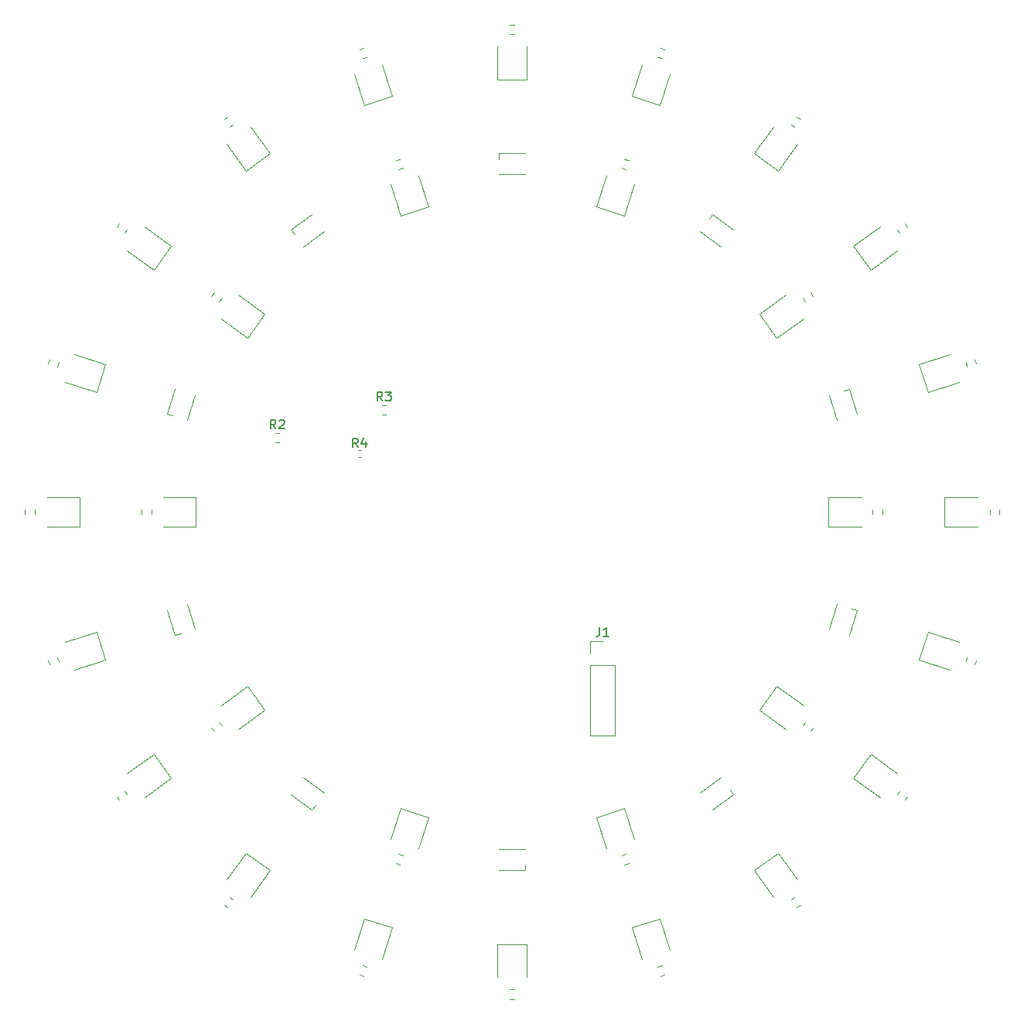
<source format=gbr>
%TF.GenerationSoftware,KiCad,Pcbnew,8.0.3*%
%TF.CreationDate,2024-07-17T21:07:09-04:00*%
%TF.ProjectId,Mainboard,4d61696e-626f-4617-9264-2e6b69636164,rev?*%
%TF.SameCoordinates,Original*%
%TF.FileFunction,Legend,Top*%
%TF.FilePolarity,Positive*%
%FSLAX46Y46*%
G04 Gerber Fmt 4.6, Leading zero omitted, Abs format (unit mm)*
G04 Created by KiCad (PCBNEW 8.0.3) date 2024-07-17 21:07:09*
%MOMM*%
%LPD*%
G01*
G04 APERTURE LIST*
%ADD10C,0.150000*%
%ADD11C,0.120000*%
G04 APERTURE END LIST*
D10*
X110133333Y-94534819D02*
X109800000Y-94058628D01*
X109561905Y-94534819D02*
X109561905Y-93534819D01*
X109561905Y-93534819D02*
X109942857Y-93534819D01*
X109942857Y-93534819D02*
X110038095Y-93582438D01*
X110038095Y-93582438D02*
X110085714Y-93630057D01*
X110085714Y-93630057D02*
X110133333Y-93725295D01*
X110133333Y-93725295D02*
X110133333Y-93868152D01*
X110133333Y-93868152D02*
X110085714Y-93963390D01*
X110085714Y-93963390D02*
X110038095Y-94011009D01*
X110038095Y-94011009D02*
X109942857Y-94058628D01*
X109942857Y-94058628D02*
X109561905Y-94058628D01*
X110990476Y-93868152D02*
X110990476Y-94534819D01*
X110752381Y-93487200D02*
X110514286Y-94201485D01*
X110514286Y-94201485D02*
X111133333Y-94201485D01*
X101116333Y-92496819D02*
X100783000Y-92020628D01*
X100544905Y-92496819D02*
X100544905Y-91496819D01*
X100544905Y-91496819D02*
X100925857Y-91496819D01*
X100925857Y-91496819D02*
X101021095Y-91544438D01*
X101021095Y-91544438D02*
X101068714Y-91592057D01*
X101068714Y-91592057D02*
X101116333Y-91687295D01*
X101116333Y-91687295D02*
X101116333Y-91830152D01*
X101116333Y-91830152D02*
X101068714Y-91925390D01*
X101068714Y-91925390D02*
X101021095Y-91973009D01*
X101021095Y-91973009D02*
X100925857Y-92020628D01*
X100925857Y-92020628D02*
X100544905Y-92020628D01*
X101497286Y-91592057D02*
X101544905Y-91544438D01*
X101544905Y-91544438D02*
X101640143Y-91496819D01*
X101640143Y-91496819D02*
X101878238Y-91496819D01*
X101878238Y-91496819D02*
X101973476Y-91544438D01*
X101973476Y-91544438D02*
X102021095Y-91592057D01*
X102021095Y-91592057D02*
X102068714Y-91687295D01*
X102068714Y-91687295D02*
X102068714Y-91782533D01*
X102068714Y-91782533D02*
X102021095Y-91925390D01*
X102021095Y-91925390D02*
X101449667Y-92496819D01*
X101449667Y-92496819D02*
X102068714Y-92496819D01*
X112800333Y-89448819D02*
X112467000Y-88972628D01*
X112228905Y-89448819D02*
X112228905Y-88448819D01*
X112228905Y-88448819D02*
X112609857Y-88448819D01*
X112609857Y-88448819D02*
X112705095Y-88496438D01*
X112705095Y-88496438D02*
X112752714Y-88544057D01*
X112752714Y-88544057D02*
X112800333Y-88639295D01*
X112800333Y-88639295D02*
X112800333Y-88782152D01*
X112800333Y-88782152D02*
X112752714Y-88877390D01*
X112752714Y-88877390D02*
X112705095Y-88925009D01*
X112705095Y-88925009D02*
X112609857Y-88972628D01*
X112609857Y-88972628D02*
X112228905Y-88972628D01*
X113133667Y-88448819D02*
X113752714Y-88448819D01*
X113752714Y-88448819D02*
X113419381Y-88829771D01*
X113419381Y-88829771D02*
X113562238Y-88829771D01*
X113562238Y-88829771D02*
X113657476Y-88877390D01*
X113657476Y-88877390D02*
X113705095Y-88925009D01*
X113705095Y-88925009D02*
X113752714Y-89020247D01*
X113752714Y-89020247D02*
X113752714Y-89258342D01*
X113752714Y-89258342D02*
X113705095Y-89353580D01*
X113705095Y-89353580D02*
X113657476Y-89401200D01*
X113657476Y-89401200D02*
X113562238Y-89448819D01*
X113562238Y-89448819D02*
X113276524Y-89448819D01*
X113276524Y-89448819D02*
X113181286Y-89401200D01*
X113181286Y-89401200D02*
X113133667Y-89353580D01*
X136572666Y-114218819D02*
X136572666Y-114933104D01*
X136572666Y-114933104D02*
X136525047Y-115075961D01*
X136525047Y-115075961D02*
X136429809Y-115171200D01*
X136429809Y-115171200D02*
X136286952Y-115218819D01*
X136286952Y-115218819D02*
X136191714Y-115218819D01*
X137572666Y-115218819D02*
X137001238Y-115218819D01*
X137286952Y-115218819D02*
X137286952Y-114218819D01*
X137286952Y-114218819D02*
X137191714Y-114361676D01*
X137191714Y-114361676D02*
X137096476Y-114456914D01*
X137096476Y-114456914D02*
X137001238Y-114504533D01*
D11*
%TO.C,R4*%
X110146359Y-94870000D02*
X110453641Y-94870000D01*
X110146359Y-95630000D02*
X110453641Y-95630000D01*
%TO.C,R2*%
X101045742Y-92949500D02*
X101520258Y-92949500D01*
X101045742Y-93994500D02*
X101520258Y-93994500D01*
%TO.C,R3*%
X112729742Y-89901500D02*
X113204258Y-89901500D01*
X112729742Y-90946500D02*
X113204258Y-90946500D01*
%TO.C,D40*%
X148921767Y-69011428D02*
X148539706Y-69537289D01*
X148921767Y-69011428D02*
X151219375Y-70680739D01*
X147569861Y-70872167D02*
X149867469Y-72541478D01*
%TO.C,D39*%
X163890164Y-88120583D02*
X163271977Y-88321444D01*
X163890164Y-88120583D02*
X164767772Y-90821584D01*
X161702734Y-88831322D02*
X162580342Y-91532323D01*
%TO.C,D38*%
X164767772Y-112378416D02*
X164149585Y-112177555D01*
X164767772Y-112378416D02*
X163890164Y-115079417D01*
X162580342Y-111667677D02*
X161702734Y-114368678D01*
%TO.C,D37*%
X151219375Y-132519261D02*
X150837315Y-131993400D01*
X151219375Y-132519261D02*
X148921767Y-134188572D01*
X149867469Y-130658522D02*
X147569861Y-132327833D01*
%TO.C,D36*%
X128420000Y-140850000D02*
X128420000Y-140200000D01*
X128420000Y-140850000D02*
X125580000Y-140850000D01*
X128420000Y-138550000D02*
X125580000Y-138550000D01*
%TO.C,D35*%
X105078233Y-134188572D02*
X105460294Y-133662711D01*
X105078233Y-134188572D02*
X102780625Y-132519261D01*
X106430139Y-132327833D02*
X104132531Y-130658522D01*
%TO.C,D34*%
X90109836Y-115079417D02*
X90728023Y-114878556D01*
X90109836Y-115079417D02*
X89232228Y-112378416D01*
X92297266Y-114368678D02*
X91419658Y-111667677D01*
%TO.C,D33*%
X89232228Y-90821584D02*
X89850415Y-91022445D01*
X89232228Y-90821584D02*
X90109836Y-88120583D01*
X91419658Y-91532323D02*
X92297266Y-88831322D01*
%TO.C,D32*%
X102780625Y-70680739D02*
X103162685Y-71206600D01*
X102780625Y-70680739D02*
X105078233Y-69011428D01*
X104132531Y-72541478D02*
X106430139Y-70872167D01*
%TO.C,D31*%
X125580000Y-62350000D02*
X125580000Y-63000000D01*
X125580000Y-62350000D02*
X128420000Y-62350000D01*
X125580000Y-64650000D02*
X128420000Y-64650000D01*
%TO.C,R34*%
X159647980Y-125613413D02*
X159926893Y-125229521D01*
X158802557Y-124999177D02*
X159081470Y-124615285D01*
%TO.C,D30*%
X156988263Y-125365458D02*
X154075802Y-123249431D01*
X158869176Y-122776603D02*
X155956715Y-120660576D01*
X155956715Y-120660576D02*
X154075802Y-123249431D01*
%TO.C,R33*%
X139298041Y-140217260D02*
X139749332Y-140070626D01*
X138975118Y-139223406D02*
X139426409Y-139076772D01*
%TO.C,D29*%
X137292029Y-138453317D02*
X136179568Y-135029514D01*
X140335410Y-137464463D02*
X139222949Y-134040659D01*
X139222949Y-134040659D02*
X136179568Y-135029514D01*
%TO.C,R32*%
X114250668Y-140070626D02*
X114701959Y-140217260D01*
X114573591Y-139076772D02*
X115024882Y-139223406D01*
%TO.C,D28*%
X113664590Y-137464463D02*
X114777051Y-134040659D01*
X116707971Y-138453317D02*
X117820432Y-135029514D01*
X117820432Y-135029514D02*
X114777051Y-134040659D01*
%TO.C,R31*%
X94073107Y-125229521D02*
X94352020Y-125613413D01*
X94918530Y-124615285D02*
X95197443Y-124999177D01*
%TO.C,D27*%
X95130824Y-122776603D02*
X98043285Y-120660576D01*
X97011737Y-125365458D02*
X99924198Y-123249431D01*
X99924198Y-123249431D02*
X98043285Y-120660576D01*
%TO.C,R30*%
X86472500Y-101362742D02*
X86472500Y-101837258D01*
X87517500Y-101362742D02*
X87517500Y-101837258D01*
%TO.C,D26*%
X88770000Y-100000000D02*
X92370000Y-100000000D01*
X88770000Y-103200000D02*
X92370000Y-103200000D01*
X92370000Y-103200000D02*
X92370000Y-100000000D01*
%TO.C,R29*%
X94352020Y-77586587D02*
X94073107Y-77970479D01*
X95197443Y-78200823D02*
X94918530Y-78584715D01*
%TO.C,D25*%
X97011737Y-77834542D02*
X99924198Y-79950569D01*
X95130824Y-80423397D02*
X98043285Y-82539424D01*
X98043285Y-82539424D02*
X99924198Y-79950569D01*
%TO.C,R28*%
X114701959Y-62982740D02*
X114250668Y-63129374D01*
X115024882Y-63976594D02*
X114573591Y-64123228D01*
%TO.C,D24*%
X116707971Y-64746683D02*
X117820432Y-68170486D01*
X113664590Y-65735537D02*
X114777051Y-69159341D01*
X114777051Y-69159341D02*
X117820432Y-68170486D01*
%TO.C,R27*%
X139749332Y-63129374D02*
X139298041Y-62982740D01*
X139426409Y-64123228D02*
X138975118Y-63976594D01*
%TO.C,D23*%
X140335410Y-65735537D02*
X139222949Y-69159341D01*
X137292029Y-64746683D02*
X136179568Y-68170486D01*
X136179568Y-68170486D02*
X139222949Y-69159341D01*
%TO.C,R26*%
X159926893Y-77970479D02*
X159647980Y-77586587D01*
X159081470Y-78584715D02*
X158802557Y-78200823D01*
%TO.C,D22*%
X158869176Y-80423397D02*
X155956715Y-82539424D01*
X156988263Y-77834542D02*
X154075802Y-79950569D01*
X154075802Y-79950569D02*
X155956715Y-82539424D01*
%TO.C,R24*%
X177648905Y-118306294D02*
X177795539Y-117855003D01*
X176655051Y-117983371D02*
X176801685Y-117532080D01*
%TO.C,D20*%
X172507932Y-114704084D02*
X171519077Y-117747465D01*
X175931735Y-115816545D02*
X172507932Y-114704084D01*
X174942881Y-118859926D02*
X171519077Y-117747465D01*
%TO.C,R23*%
X170007442Y-133140003D02*
X170286355Y-132756111D01*
X169162019Y-132525767D02*
X169440932Y-132141875D01*
%TO.C,D19*%
X166231231Y-128125449D02*
X164350318Y-130714304D01*
X169143692Y-130241476D02*
X166231231Y-128125449D01*
X167262779Y-132830331D02*
X164350318Y-130714304D01*
%TO.C,R22*%
X158156111Y-144886355D02*
X158540003Y-144607442D01*
X157541875Y-144040932D02*
X157925767Y-143762019D01*
%TO.C,D18*%
X156114304Y-138950318D02*
X153525449Y-140831231D01*
X158230331Y-141862779D02*
X156114304Y-138950318D01*
X155641476Y-143743692D02*
X153525449Y-140831231D01*
%TO.C,R21*%
X143255003Y-152395539D02*
X143706294Y-152248905D01*
X142932080Y-151401685D02*
X143383371Y-151255051D01*
%TO.C,D17*%
X143147465Y-146119077D02*
X140104084Y-147107932D01*
X144259926Y-149542881D02*
X143147465Y-146119077D01*
X141216545Y-150531735D02*
X140104084Y-147107932D01*
%TO.C,R20*%
X126762742Y-154932500D02*
X127237258Y-154932500D01*
X126762742Y-153887500D02*
X127237258Y-153887500D01*
%TO.C,D16*%
X128600000Y-148930000D02*
X125400000Y-148930000D01*
X128600000Y-152530000D02*
X128600000Y-148930000D01*
X125400000Y-152530000D02*
X125400000Y-148930000D01*
%TO.C,R19*%
X110293706Y-152248905D02*
X110744997Y-152395539D01*
X110616629Y-151255051D02*
X111067920Y-151401685D01*
%TO.C,D15*%
X113895916Y-147107932D02*
X110852535Y-146119077D01*
X112783455Y-150531735D02*
X113895916Y-147107932D01*
X109740074Y-149542881D02*
X110852535Y-146119077D01*
%TO.C,R18*%
X95459997Y-144607442D02*
X95843889Y-144886355D01*
X96074233Y-143762019D02*
X96458125Y-144040932D01*
%TO.C,D14*%
X100474551Y-140831231D02*
X97885696Y-138950318D01*
X98358524Y-143743692D02*
X100474551Y-140831231D01*
X95769669Y-141862779D02*
X97885696Y-138950318D01*
%TO.C,R17*%
X83713645Y-132756111D02*
X83992558Y-133140003D01*
X84559068Y-132141875D02*
X84837981Y-132525767D01*
%TO.C,D13*%
X89649682Y-130714304D02*
X87768769Y-128125449D01*
X86737221Y-132830331D02*
X89649682Y-130714304D01*
X84856308Y-130241476D02*
X87768769Y-128125449D01*
%TO.C,R16*%
X76204461Y-117855003D02*
X76351095Y-118306294D01*
X77198315Y-117532080D02*
X77344949Y-117983371D01*
%TO.C,D12*%
X82480923Y-117747465D02*
X81492068Y-114704084D01*
X79057119Y-118859926D02*
X82480923Y-117747465D01*
X78068265Y-115816545D02*
X81492068Y-114704084D01*
%TO.C,R15*%
X73667500Y-101362742D02*
X73667500Y-101837258D01*
X74712500Y-101362742D02*
X74712500Y-101837258D01*
%TO.C,D11*%
X79670000Y-103200000D02*
X79670000Y-100000000D01*
X76070000Y-103200000D02*
X79670000Y-103200000D01*
X76070000Y-100000000D02*
X79670000Y-100000000D01*
%TO.C,R14*%
X76351095Y-84893706D02*
X76204461Y-85344997D01*
X77344949Y-85216629D02*
X77198315Y-85667920D01*
%TO.C,D10*%
X81492068Y-88495916D02*
X82480923Y-85452535D01*
X78068265Y-87383455D02*
X81492068Y-88495916D01*
X79057119Y-84340074D02*
X82480923Y-85452535D01*
%TO.C,R13*%
X83992558Y-70059997D02*
X83713645Y-70443889D01*
X84837981Y-70674233D02*
X84559068Y-71058125D01*
%TO.C,D9*%
X87768769Y-75074551D02*
X89649682Y-72485696D01*
X84856308Y-72958524D02*
X87768769Y-75074551D01*
X86737221Y-70369669D02*
X89649682Y-72485696D01*
%TO.C,R12*%
X95843889Y-58313645D02*
X95459997Y-58592558D01*
X96458125Y-59159068D02*
X96074233Y-59437981D01*
%TO.C,D8*%
X97885696Y-64249682D02*
X100474551Y-62368769D01*
X95769669Y-61337221D02*
X97885696Y-64249682D01*
X98358524Y-59456308D02*
X100474551Y-62368769D01*
%TO.C,R11*%
X110744997Y-50804461D02*
X110293706Y-50951095D01*
X111067920Y-51798315D02*
X110616629Y-51944949D01*
%TO.C,D7*%
X110852535Y-57080923D02*
X113895916Y-56092068D01*
X109740074Y-53657119D02*
X110852535Y-57080923D01*
X112783455Y-52668265D02*
X113895916Y-56092068D01*
%TO.C,R10*%
X127237258Y-48267500D02*
X126762742Y-48267500D01*
X127237258Y-49312500D02*
X126762742Y-49312500D01*
%TO.C,D6*%
X125400000Y-54270000D02*
X128600000Y-54270000D01*
X125400000Y-50670000D02*
X125400000Y-54270000D01*
X128600000Y-50670000D02*
X128600000Y-54270000D01*
%TO.C,R9*%
X143706294Y-50951095D02*
X143255003Y-50804461D01*
X143383371Y-51944949D02*
X142932080Y-51798315D01*
%TO.C,D5*%
X140104084Y-56092068D02*
X143147465Y-57080923D01*
X141216545Y-52668265D02*
X140104084Y-56092068D01*
X144259926Y-53657119D02*
X143147465Y-57080923D01*
%TO.C,R8*%
X158540003Y-58592558D02*
X158156111Y-58313645D01*
X157925767Y-59437981D02*
X157541875Y-59159068D01*
%TO.C,D4*%
X153525449Y-62368769D02*
X156114304Y-64249682D01*
X155641476Y-59456308D02*
X153525449Y-62368769D01*
X158230331Y-61337221D02*
X156114304Y-64249682D01*
%TO.C,R7*%
X170286355Y-70443889D02*
X170007442Y-70059997D01*
X169440932Y-71058125D02*
X169162019Y-70674233D01*
%TO.C,D3*%
X164350318Y-72485696D02*
X166231231Y-75074551D01*
X167262779Y-70369669D02*
X164350318Y-72485696D01*
X169143692Y-72958524D02*
X166231231Y-75074551D01*
%TO.C,R6*%
X177795539Y-85344997D02*
X177648905Y-84893706D01*
X176801685Y-85667920D02*
X176655051Y-85216629D01*
%TO.C,D2*%
X171519077Y-85452535D02*
X172507932Y-88495916D01*
X174942881Y-84340074D02*
X171519077Y-85452535D01*
X175931735Y-87383455D02*
X172507932Y-88495916D01*
%TO.C,D21*%
X165230000Y-103200000D02*
X161630000Y-103200000D01*
X165230000Y-100000000D02*
X161630000Y-100000000D01*
X161630000Y-100000000D02*
X161630000Y-103200000D01*
%TO.C,R25*%
X167527500Y-101837258D02*
X167527500Y-101362742D01*
X166482500Y-101837258D02*
X166482500Y-101362742D01*
%TO.C,J1*%
X135576000Y-115764000D02*
X136906000Y-115764000D01*
X135576000Y-117094000D02*
X135576000Y-115764000D01*
X135576000Y-118364000D02*
X135576000Y-126044000D01*
X135576000Y-118364000D02*
X138236000Y-118364000D01*
X135576000Y-126044000D02*
X138236000Y-126044000D01*
X138236000Y-118364000D02*
X138236000Y-126044000D01*
%TO.C,D1*%
X174330000Y-100000000D02*
X174330000Y-103200000D01*
X177930000Y-100000000D02*
X174330000Y-100000000D01*
X177930000Y-103200000D02*
X174330000Y-103200000D01*
%TO.C,R5*%
X180332500Y-101837258D02*
X180332500Y-101362742D01*
X179287500Y-101837258D02*
X179287500Y-101362742D01*
%TD*%
M02*

</source>
